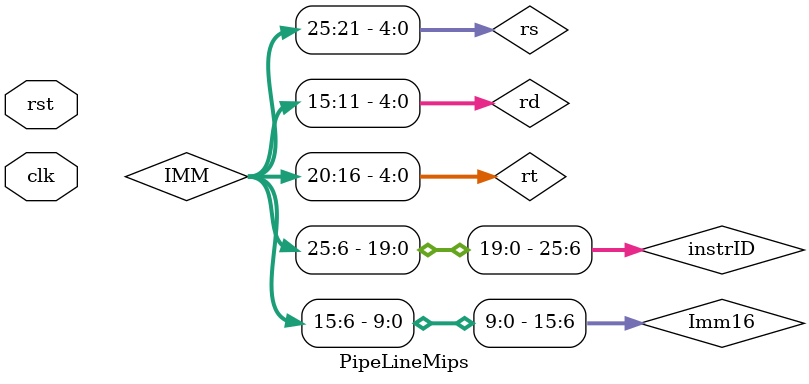
<source format=v>
module PipeLineMips( clk, rst);
	input clk, rst;

	//address stream
	wire [29:0] PC;         		//PC to IFID, IM[9:0]: address of instructions
	wire [29:0] NPC;        		//NPC to nextPC
	wire [29:0] PCIFID;				//IFID to NPC 
	//instruction stream
	wire [5:0]  Op;					//IFID to ctrl: instrID
	wire [5:0]  Funct;				//IFID to ctrl: instrID
	wire [4:0]  rs, rt, rd;			//IFID to ctrl: instrID
	wire [4:0]  rsEX, rtEX, rdEX;	//IDEX to RegDst_MUX: instrEX
	wire [31:0] AluA, AluB, AluC;	//ALUSrc_MUX to ALU
	wire [4:0]  RegWB;				//reg write address, MEMWB to RF
	wire [31:0] instrIF, instrID, instrEX;	//instr use in: IF, ID, EX
	//data stream
	wire [15:0] Imm16;				//immediate num16: instrID	
	wire [31:0] Imm32;				//immediateEXT num32: EXT to IDEX
	wire [25:0] IMM;				//to NPC: instrID				
	wire [31:0] WD;					//MemtoReg_MUX to RF
	wire [31:0] RD1, RD2;			//RF to IDEX
	wire [31:0] ExtraRD; //rt to Mem
	wire [31:0] SwRt; //rt to EXMEM
	wire [4:0]  RtdtoEX;			//RegDst_MUX to EXMEM
	wire [4:0]  RtdtoWB;			//EXMEM to MEMWB
	wire [31:0] AluARF, AluBRF;		//RF to IDEX: one of alu's opdata 		
	wire [31:0] Dout;				//DM to WB
	wire [31:0] DouttoMUX; //MEMWB to MUX
	wire [4:0]  MemAddr;			//EXMEM to DM
	wire [31:0] AluCFromReg;		//EXMEM to DM(addr), MEMWB, ALUSrc_MUX
	wire [31:0] MemData;			//EXMEM to DM(data)	
	wire [31:0] AluCtoMUX;
	//from Ctrl
	wire [1:0]  EXTOp;
	wire [1:0]  NPCOp;	
	wire 		     CtrlStr;			//ctrl to CtrlStream_MUX
	wire [26:0] Ctrl;				//mux to IDEX
	wire [26:0] CtrlStream;  //ctrl to mux
	wire [4:0]  SpeRegAddr;			//ctrl to RF

	wire        IFlush;  //risk to IFID
	wire        LWWr;  //IFID write enable
	wire [4:0]  ALUOp;				//IDEX to ALU
	wire [1:0]  RegDst;				//IDEX to RegDst_MUX
	wire [1:0]  ALUSrcA, ALUSrcB;	//IDEX to ALUSrc_MUX
	wire 		     DMWr;				//EXMEM to DM
	wire        RFWrEXMEM; //EXMEME to DataRisk
	wire 		     RFWr;				//MEMWB to RF
	wire        MemtoReg;			//MEMWB to MemtoReg
	wire [26:0] CtrlWBtoM, CtrlMtoM;	//IDEX to EXMEM
	wire [26:0] CtrlWBtoWB;			//EXMEM to MEMWB
	wire [1:0]  MemDataSrc; //sw: whether forward
	wire        MEMWBMemR;

	//use in ID stage
	assign Imm16 = instrID[15:0];
	assign IMM = instrID[25:0];
	assign Op = instrID[31:26];
	assign Funct = instrID[5:0];
	assign rs = instrID[25:21];
	assign rt = instrID[20:16];
	assign rd = instrID[15:11];
	//use in EX stage
	assign rsEX = instrEX[25:21];
	assign rtEX = instrEX[20:16];
	assign rdEX = instrEX[15:11];


	//IF stage
	PC P_PC (
		.clk(clk), .rst(rst), .NPC(NPC), .PC(PC)
	);
	IM P_IM (
		.addr(PC[9:0]), .dout(instrIF)
	);
	//ID stage
	IFID P_IFID (
		.rst(rst), .clk(clk), .PCIn(PC), .instrIFIDIn(instrIF), 
		.PCOut(PCIFID), .instrIFIDOut(instrID), .Wr(LWWr), .IFlush(IFlush)
	);
	NPC P_NPC (	
		.rst(rst), .PC(PC), .NPCOp(NPCOp), .IMM(IMM), .RA(RD1), .NPC(NPC), .Wr(LWWr), .IFlush(IFlush)
	);
	RF P_RF (
		.A1(rs), .A2(rt), .A3(RegWB), .WD(WD), .clk(clk), 
		.RFWr(RFWr), .RD1(RD1), .RD2(RD2), .SpeRegAddr(SpeRegAddr), .PC4JAL(PCIFID)
	);
	Ctrl P_Ctrl (
		.Op(Op), .Funct(Funct), 
		.CtrlStream(CtrlStream), .EXTOp(EXTOp), .NPCOp(NPCOp), .SpeRegAddr(SpeRegAddr)
	);
	Risk P_Risk (
	  .IDEXMemR(CtrlMtoM[26]), .rs(rs), .rt(rt), .IFIDWr(LWWr),
	  .NPCOp(NPCOp), .RtdtoEX(RtdtoEX), .RtdtoWB(RtdtoWB), .RegWB(RegWB),
	  .EXMEMemR(CtrlWBtoWB[26]), .MEMWBMemR(MEMWBMemR), .IDEXRFWr(CtrlMtoM[23]), .EXMEMRFWr(CtrlWBtoWB[23]), 
	  .RD1(RD1), .RD2(RD2), .AluC(AluCFromReg), .WD(WD), 
	  .CtrlFlush(CtrlStr), .IFlush(IFlush)
	);
	mux2 #(.WIDTH(27)) CtrlStr_MUX2(
		.d0(CtrlStream), .d1(27'd0), .s(CtrlStr), .y(Ctrl)
	);
	EXT P_EXT ( 
		.Imm16(Imm16), .EXTOp(EXTOp), .Imm32(Imm32) 	
	);
	//EX stage
	IDEX P_IDEX (
		.rst(rst), .clk(clk), .CtrlStream(Ctrl), .RD1In(RD1), .RD2In(RD2), .EXTIn(Imm32), 
		.instrIDEXIn(instrID), .AluARF(AluARF), .AluBRF(AluBRF), .instrIDEXOut(instrEX),
		.NCtrlWB(CtrlWBtoM), .NCtrlM(CtrlMtoM), .RegDst(RegDst), .ALUOp(ALUOp), .SwRt(SwRt)
	);
	mux4 #(.WIDTH(32)) ALUSrcA_MUX4(
		.d0(AluARF), .d1(AluCFromReg), .d2(WD), .d3(0), .s(ALUSrcA), .y(AluA)
	);
	mux4 #(.WIDTH(32)) ALUSrcB_MUX4(
		.d0(AluBRF), .d1(AluCFromReg), .d2(WD), .d3(0), .s(ALUSrcB), .y(AluB)
	);
	mux4 #(.WIDTH(5)) RegDst_MUX4(
		.d0(rtEX), .d1(rdEX), .d2(5'b11111), .d3(5'b00000), .s(RegDst), .y(RtdtoEX)
	);
	ALU P_ALU (
		.A(AluA), .B(AluB), .ALUOp(ALUOp), .C(AluC)
	);
	DataForward P_DataForward (
		.EXMEMRFWr(RFWrEXMEM), .MEMWBRFWr(RFWr), .IDEXRs(rsEX), .IDEXRt(rtEX), 
		.EXMEMRtd(RtdtoWB), .MEMWBRtd(RegWB), .ALUSrcA(ALUSrcA), .ALUSrcB(ALUSrcB), 
		.rsR(CtrlWBtoM[25]), .rtR(CtrlWBtoM[24]), .MemDataSrc(MemDataSrc), .sw(CtrlWBtoM[21])
	);
	//MEM stage
	EXMEM P_EXMEM (
		.rst(rst), .clk(clk), .CtrlWB(CtrlWBtoM), .CtrlM(CtrlMtoM), .NCtrlWB(CtrlWBtoWB), .MemDataSrc(MemDataSrc),
		.AluCEXMEMIn(AluC), .RtdEXMEMIn(RtdtoEX), .ExtraRD(MemData), 
		.AluCEXMEMOut(AluCFromReg), .RtdEXMEMOut(RtdtoWB), .DMWr(DMWr), .RFWrEXMEM(RFWrEXMEM),
		.SwForwardMem(WD), .SwForwardRf(SwRt), .SwForwardAlu(AluCFromReg)
	);
	DM P_DM (
		.clk(clk), .addr(AluCFromReg[11:2]), .din(MemData), .DMWr(DMWr), .dout(Dout)
	);
	//WB stage
	MEMWB P_MEMWB (
		.rst(rst), .clk(clk), .CtrlWB(CtrlWBtoWB), 
		.DmMEMWBIn(Dout), .AluCMEMWBIn(AluCFromReg),
		.RtdMEMWBIn(RtdtoWB), .DmMEMWBOut(DouttoMUX), .AluMEMWBOut(AluCtoMUX),
		.RtdMEMWBOut(RegWB), .RFWr(RFWr), .MemtoReg(MemtoReg), .MEMWBMemR(MEMWBMemR)
	);
	mux2 #(.WIDTH(32)) MemtoReg_MUX2 (
		.d0(AluCtoMUX), .d1(DouttoMUX), .s(MemtoReg), .y(WD)
	);
endmodule


</source>
